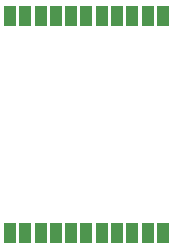
<source format=gbs>
G04*
G04 #@! TF.GenerationSoftware,Altium Limited,Altium Designer,20.0.2 (26)*
G04*
G04 Layer_Color=16711935*
%FSLAX25Y25*%
%MOIN*%
G70*
G01*
G75*
%ADD28R,0.03953X0.06709*%
D28*
X53379Y74055D02*
D03*
X48285D02*
D03*
X17724D02*
D03*
X22818D02*
D03*
X27911D02*
D03*
X33005D02*
D03*
X38098D02*
D03*
X43192D02*
D03*
X12631D02*
D03*
X2441D02*
D03*
X7536D02*
D03*
X2441Y1614D02*
D03*
X7534D02*
D03*
X38095D02*
D03*
X33002D02*
D03*
X27908D02*
D03*
X22815D02*
D03*
X17721D02*
D03*
X12628D02*
D03*
X43189D02*
D03*
X53379D02*
D03*
X48284D02*
D03*
M02*

</source>
